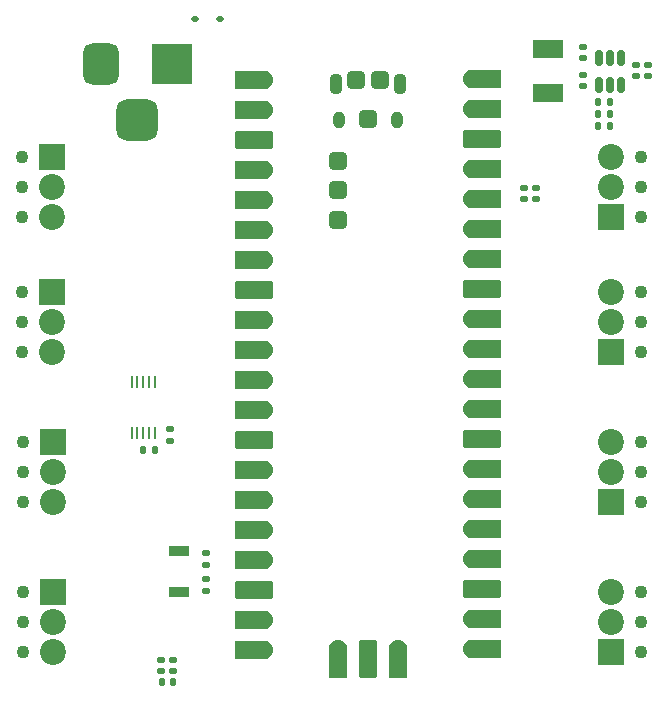
<source format=gbr>
%TF.GenerationSoftware,KiCad,Pcbnew,(7.0.0)*%
%TF.CreationDate,2023-07-11T13:45:39+03:00*%
%TF.ProjectId,Pico_Baseboard,5069636f-5f42-4617-9365-626f6172642e,rev?*%
%TF.SameCoordinates,Original*%
%TF.FileFunction,Soldermask,Top*%
%TF.FilePolarity,Negative*%
%FSLAX46Y46*%
G04 Gerber Fmt 4.6, Leading zero omitted, Abs format (unit mm)*
G04 Created by KiCad (PCBNEW (7.0.0)) date 2023-07-11 13:45:39*
%MOMM*%
%LPD*%
G01*
G04 APERTURE LIST*
G04 Aperture macros list*
%AMRoundRect*
0 Rectangle with rounded corners*
0 $1 Rounding radius*
0 $2 $3 $4 $5 $6 $7 $8 $9 X,Y pos of 4 corners*
0 Add a 4 corners polygon primitive as box body*
4,1,4,$2,$3,$4,$5,$6,$7,$8,$9,$2,$3,0*
0 Add four circle primitives for the rounded corners*
1,1,$1+$1,$2,$3*
1,1,$1+$1,$4,$5*
1,1,$1+$1,$6,$7*
1,1,$1+$1,$8,$9*
0 Add four rect primitives between the rounded corners*
20,1,$1+$1,$2,$3,$4,$5,0*
20,1,$1+$1,$4,$5,$6,$7,0*
20,1,$1+$1,$6,$7,$8,$9,0*
20,1,$1+$1,$8,$9,$2,$3,0*%
%AMFreePoly0*
4,1,18,-1.600000,0.800000,0.800000,0.800000,0.978017,0.779942,1.147107,0.720775,1.298792,0.625465,1.425465,0.498792,1.520775,0.347107,1.579942,0.178017,1.600000,0.000000,1.579942,-0.178017,1.520775,-0.347107,1.425465,-0.498792,1.298792,-0.625465,1.147107,-0.720775,0.978017,-0.779942,0.800000,-0.800000,-1.600000,-0.800000,-1.600000,0.800000,-1.600000,0.800000,$1*%
G04 Aperture macros list end*
%ADD10R,3.500000X3.500000*%
%ADD11RoundRect,0.750000X-0.750000X-1.000000X0.750000X-1.000000X0.750000X1.000000X-0.750000X1.000000X0*%
%ADD12RoundRect,0.875000X-0.875000X-0.875000X0.875000X-0.875000X0.875000X0.875000X-0.875000X0.875000X0*%
%ADD13RoundRect,0.140000X0.170000X-0.140000X0.170000X0.140000X-0.170000X0.140000X-0.170000X-0.140000X0*%
%ADD14C,1.100000*%
%ADD15R,2.200000X2.200000*%
%ADD16C,2.200000*%
%ADD17RoundRect,0.150000X0.150000X-0.512500X0.150000X0.512500X-0.150000X0.512500X-0.150000X-0.512500X0*%
%ADD18RoundRect,0.135000X-0.135000X-0.185000X0.135000X-0.185000X0.135000X0.185000X-0.135000X0.185000X0*%
%ADD19RoundRect,0.112500X0.187500X0.112500X-0.187500X0.112500X-0.187500X-0.112500X0.187500X-0.112500X0*%
%ADD20R,0.250000X1.100000*%
%ADD21RoundRect,0.140000X-0.140000X-0.170000X0.140000X-0.170000X0.140000X0.170000X-0.140000X0.170000X0*%
%ADD22R,2.500000X1.500000*%
%ADD23RoundRect,0.140000X-0.170000X0.140000X-0.170000X-0.140000X0.170000X-0.140000X0.170000X0.140000X0*%
%ADD24RoundRect,0.147500X0.147500X0.172500X-0.147500X0.172500X-0.147500X-0.172500X0.147500X-0.172500X0*%
%ADD25RoundRect,0.135000X0.185000X-0.135000X0.185000X0.135000X-0.185000X0.135000X-0.185000X-0.135000X0*%
%ADD26R,1.700000X0.900000*%
%ADD27RoundRect,0.135000X-0.185000X0.135000X-0.185000X-0.135000X0.185000X-0.135000X0.185000X0.135000X0*%
%ADD28FreePoly0,0.000000*%
%ADD29RoundRect,0.200000X-1.400000X-0.600000X1.400000X-0.600000X1.400000X0.600000X-1.400000X0.600000X0*%
%ADD30FreePoly0,180.000000*%
%ADD31RoundRect,0.200000X1.400000X0.600000X-1.400000X0.600000X-1.400000X-0.600000X1.400000X-0.600000X0*%
%ADD32RoundRect,0.550000X0.000000X0.350000X0.000000X0.350000X0.000000X-0.350000X0.000000X-0.350000X0*%
%ADD33RoundRect,0.525000X0.000000X0.200000X0.000000X0.200000X0.000000X-0.200000X0.000000X-0.200000X0*%
%ADD34FreePoly0,90.000000*%
%ADD35RoundRect,0.200000X0.600000X-1.400000X0.600000X1.400000X-0.600000X1.400000X-0.600000X-1.400000X0*%
%ADD36RoundRect,0.300000X0.450000X0.450000X-0.450000X0.450000X-0.450000X-0.450000X0.450000X-0.450000X0*%
G04 APERTURE END LIST*
D10*
%TO.C,J101*%
X131983999Y-58165999D03*
D11*
X125984000Y-58166000D03*
D12*
X128984000Y-62866000D03*
%TD*%
D13*
%TO.C,C303*%
X162814000Y-69596000D03*
X162814000Y-68636000D03*
%TD*%
D14*
%TO.C,J107*%
X171704000Y-95210000D03*
X171704000Y-92670000D03*
X171704000Y-90130000D03*
D15*
X169163999Y-95209999D03*
D16*
X169164000Y-92670000D03*
X169164000Y-90130000D03*
%TD*%
D14*
%TO.C,J105*%
X119380000Y-102870000D03*
X119380000Y-105410000D03*
X119380000Y-107950000D03*
D15*
X121919999Y-102869999D03*
D16*
X121920000Y-105410000D03*
X121920000Y-107950000D03*
%TD*%
D17*
%TO.C,U201*%
X168084000Y-59910500D03*
X169034000Y-59910500D03*
X169984000Y-59910500D03*
X169984000Y-57635500D03*
X169034000Y-57635500D03*
X168084000Y-57635500D03*
%TD*%
D18*
%TO.C,R302*%
X129538000Y-90796000D03*
X130558000Y-90796000D03*
%TD*%
D14*
%TO.C,J109*%
X171704000Y-71120000D03*
X171704000Y-68580000D03*
X171704000Y-66040000D03*
D15*
X169163999Y-71119999D03*
D16*
X169164000Y-68580000D03*
X169164000Y-66040000D03*
%TD*%
D14*
%TO.C,J108*%
X171704000Y-82550000D03*
X171704000Y-80010000D03*
X171704000Y-77470000D03*
D15*
X169163999Y-82549999D03*
D16*
X169164000Y-80010000D03*
X169164000Y-77470000D03*
%TD*%
D13*
%TO.C,C204*%
X166748000Y-60015000D03*
X166748000Y-59055000D03*
%TD*%
D14*
%TO.C,J104*%
X119380000Y-90130000D03*
X119380000Y-92670000D03*
X119380000Y-95210000D03*
D15*
X121919999Y-90129999D03*
D16*
X121920000Y-92670000D03*
X121920000Y-95210000D03*
%TD*%
D19*
%TO.C,D101*%
X136051000Y-54356000D03*
X133951000Y-54356000D03*
%TD*%
D20*
%TO.C,U302*%
X130539999Y-85089999D03*
X130039999Y-85089999D03*
X129539999Y-85089999D03*
X129039999Y-85089999D03*
X128539999Y-85089999D03*
X128539999Y-89389999D03*
X129039999Y-89389999D03*
X129539999Y-89389999D03*
X130039999Y-89389999D03*
X130539999Y-89389999D03*
%TD*%
D13*
%TO.C,C301*%
X161762000Y-69596000D03*
X161762000Y-68636000D03*
%TD*%
D21*
%TO.C,C302*%
X168049000Y-62357000D03*
X169009000Y-62357000D03*
%TD*%
D14*
%TO.C,J102*%
X119300000Y-66040000D03*
X119300000Y-68580000D03*
X119300000Y-71120000D03*
D15*
X121839999Y-66039999D03*
D16*
X121840000Y-68580000D03*
X121840000Y-71120000D03*
%TD*%
D21*
%TO.C,C205*%
X168049000Y-61341000D03*
X169009000Y-61341000D03*
%TD*%
D22*
%TO.C,L201*%
X163826999Y-56850999D03*
X163826999Y-60550999D03*
%TD*%
D13*
%TO.C,C305*%
X132080000Y-109545000D03*
X132080000Y-108585000D03*
%TD*%
D14*
%TO.C,J106*%
X171704000Y-107950000D03*
X171704000Y-105410000D03*
X171704000Y-102870000D03*
D15*
X169163999Y-107949999D03*
D16*
X169164000Y-105410000D03*
X169164000Y-102870000D03*
%TD*%
D23*
%TO.C,C203*%
X166748000Y-56670000D03*
X166748000Y-57630000D03*
%TD*%
D21*
%TO.C,C304*%
X168049000Y-63373000D03*
X169009000Y-63373000D03*
%TD*%
D13*
%TO.C,C202*%
X171254000Y-59133000D03*
X171254000Y-58173000D03*
%TD*%
%TO.C,C306*%
X131064000Y-109545000D03*
X131064000Y-108585000D03*
%TD*%
%TO.C,C307*%
X134874000Y-100528000D03*
X134874000Y-99568000D03*
%TD*%
D14*
%TO.C,J103*%
X119300000Y-77470000D03*
X119300000Y-80010000D03*
X119300000Y-82550000D03*
D15*
X121839999Y-77469999D03*
D16*
X121840000Y-80010000D03*
X121840000Y-82550000D03*
%TD*%
D24*
%TO.C,FB301*%
X132057000Y-110490000D03*
X131087000Y-110490000D03*
%TD*%
D25*
%TO.C,R303*%
X134874000Y-102750000D03*
X134874000Y-101730000D03*
%TD*%
D26*
%TO.C,SW301*%
X132587999Y-102791999D03*
X132587999Y-99391999D03*
%TD*%
D13*
%TO.C,C201*%
X172270000Y-59133000D03*
X172270000Y-58173000D03*
%TD*%
D27*
%TO.C,R301*%
X131826000Y-89016000D03*
X131826000Y-90036000D03*
%TD*%
D28*
%TO.C,U301*%
X138871999Y-59445999D03*
X138871999Y-61985999D03*
D29*
X138872000Y-64526000D03*
D28*
X138871999Y-67065999D03*
X138871999Y-69605999D03*
X138871999Y-72145999D03*
X138871999Y-74685999D03*
D29*
X138872000Y-77226000D03*
D28*
X138871999Y-79765999D03*
X138871999Y-82305999D03*
X138871999Y-84845999D03*
X138871999Y-87385999D03*
D29*
X138872000Y-89926000D03*
D28*
X138871999Y-92465999D03*
X138871999Y-95005999D03*
X138871999Y-97545999D03*
X138871999Y-100085999D03*
D29*
X138872000Y-102626000D03*
D28*
X138871999Y-105165999D03*
X138871999Y-107705999D03*
D30*
X158241999Y-107695999D03*
X158241999Y-105155999D03*
D31*
X158242000Y-102616000D03*
D30*
X158241999Y-100075999D03*
X158241999Y-97535999D03*
X158241999Y-94995999D03*
X158241999Y-92455999D03*
D31*
X158242000Y-89916000D03*
D30*
X158241999Y-87375999D03*
X158241999Y-84835999D03*
X158241999Y-82295999D03*
X158241999Y-79755999D03*
D31*
X158242000Y-77216000D03*
D30*
X158241999Y-74675999D03*
X158241999Y-72135999D03*
X158241999Y-69595999D03*
X158241999Y-67055999D03*
D31*
X158242000Y-64516000D03*
D30*
X158241999Y-61975999D03*
X158241999Y-59435999D03*
D32*
X145837000Y-59806000D03*
X151287000Y-59806000D03*
D33*
X146137000Y-62836000D03*
X150987000Y-62836000D03*
D34*
X146031999Y-108507999D03*
D35*
X148572000Y-108508000D03*
D34*
X151111999Y-108507999D03*
D36*
X148562000Y-62806000D03*
X149562000Y-59506000D03*
X147562000Y-59506000D03*
X146062000Y-66306000D03*
X146062000Y-68806000D03*
X146062000Y-71306000D03*
%TD*%
M02*

</source>
